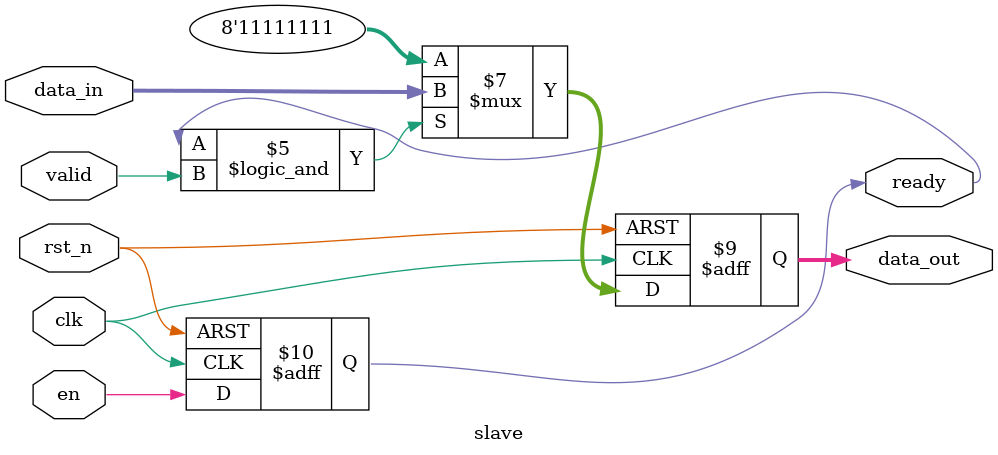
<source format=v>
module slave#( parameter WIDTH = 8)(
	input clk,
	input rst_n,
	input en,
	input valid,
	input [WIDTH-1:0] data_in,
	output reg ready,
	output reg [WIDTH-1:0] data_out
);

	always @(posedge clk or negedge rst_n) begin
		if (!rst_n) begin
			ready <= 1'b0;
		end
		else begin
			ready <= en;
		end
	end

    always@ (posedge clk or negedge rst_n) begin
        if (!rst_n)
            data_out <= {WIDTH{1'b0}};                 
        else if (ready && valid)
            data_out <= data_in;              
        else 
            data_out <= {WIDTH{1'b1}};
    end      

endmodule
</source>
